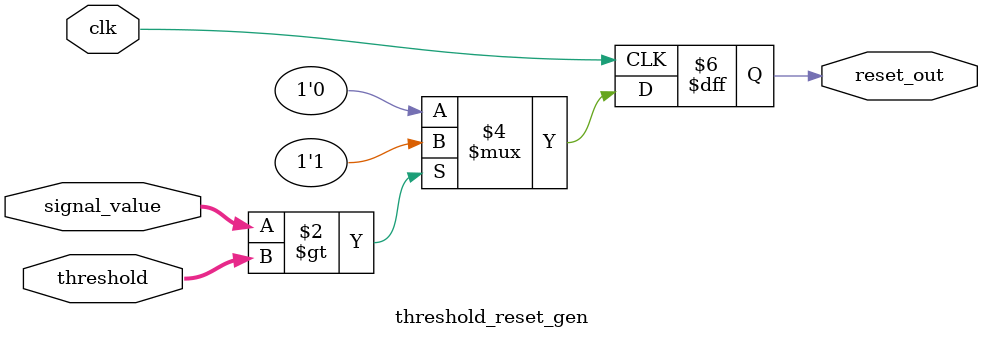
<source format=sv>
module threshold_reset_gen(
    input wire clk,
    input wire [7:0] signal_value,
    input wire [7:0] threshold,
    output reg reset_out
);
    always @(posedge clk) begin
        if (signal_value > threshold)
            reset_out <= 1'b1;
        else
            reset_out <= 1'b0;
    end
endmodule
</source>
